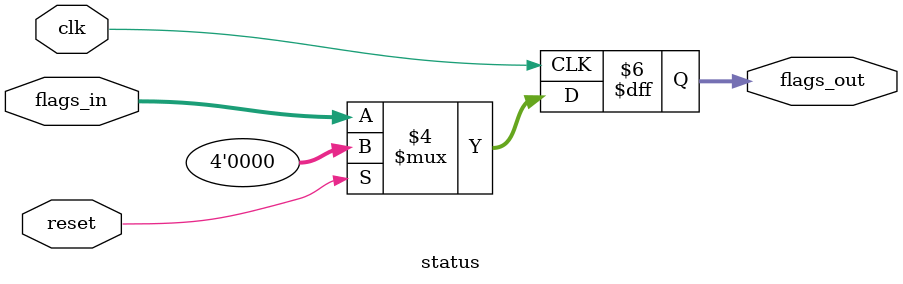
<source format=v>
module status(
    input clk,              // Reloj
    input reset,            // Reset
    input [3:0] flags_in,   // Flags desde la ALU: {Z, N, C, V}
    output reg [3:0] flags_out // Flags hacia Control Unit: {Z, N, C, V}
);

    // Estado inicial
    initial begin
        flags_out = 4'b0000;
    end

    always @(posedge clk) begin
        if (reset) begin
            flags_out <= 4'b0000;  // Reinicia todas las banderas
        end else begin
            flags_out <= flags_in; // Actualiza banderas desde ALU
        end
    end

endmodule

</source>
